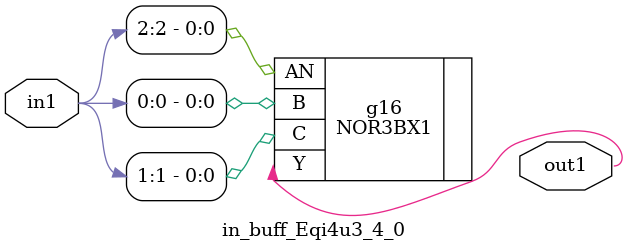
<source format=v>
`timescale 1ps / 1ps


module in_buff_Eqi4u3_4_0(in1, out1);
  input [2:0] in1;
  output out1;
  wire [2:0] in1;
  wire out1;
  NOR3BX1 g16(.AN (in1[2]), .B (in1[0]), .C (in1[1]), .Y (out1));
endmodule



</source>
